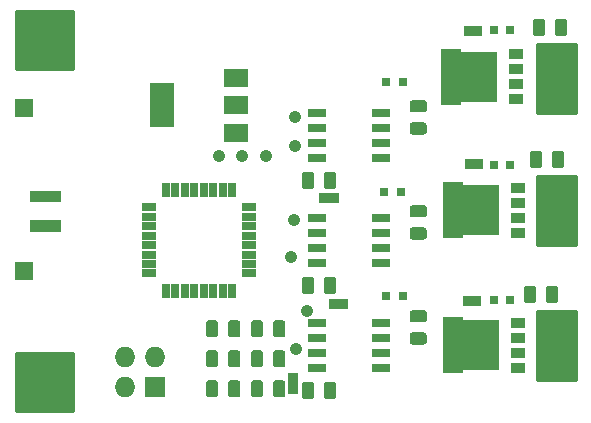
<source format=gts>
G04 #@! TF.GenerationSoftware,KiCad,Pcbnew,(5.0.0)*
G04 #@! TF.CreationDate,2019-07-21T21:25:58-06:00*
G04 #@! TF.ProjectId,ESC_2Layer,4553435F324C617965722E6B69636164,rev?*
G04 #@! TF.SameCoordinates,PX2fc7720PY3944a50*
G04 #@! TF.FileFunction,Soldermask,Top*
G04 #@! TF.FilePolarity,Negative*
%FSLAX46Y46*%
G04 Gerber Fmt 4.6, Leading zero omitted, Abs format (unit mm)*
G04 Created by KiCad (PCBNEW (5.0.0)) date 07/21/19 21:25:58*
%MOMM*%
%LPD*%
G01*
G04 APERTURE LIST*
%ADD10C,0.050800*%
%ADD11C,0.100000*%
%ADD12R,1.650800X0.850800*%
%ADD13C,1.050800*%
%ADD14R,1.650800X1.650800*%
%ADD15R,1.750800X1.750800*%
%ADD16O,1.750800X1.750800*%
%ADD17R,0.650800X0.750800*%
%ADD18R,1.250800X0.650800*%
%ADD19R,0.650800X1.250800*%
%ADD20R,1.600800X0.650800*%
%ADD21R,1.290000X0.840000*%
%ADD22R,3.440000X4.340000*%
%ADD23R,1.690000X4.840000*%
%ADD24R,2.050800X3.850800*%
%ADD25R,2.050800X1.550800*%
%ADD26C,1.025800*%
%ADD27C,0.254000*%
G04 APERTURE END LIST*
D10*
G36*
X1600000Y-15750000D02*
X4203329Y-15750000D01*
X4203329Y-16650000D01*
X1600000Y-16650000D01*
X1600000Y-15750000D01*
G37*
X1600000Y-15750000D02*
X4203329Y-15750000D01*
X4203329Y-16650000D01*
X1600000Y-16650000D01*
X1600000Y-15750000D01*
D11*
G36*
X23475000Y-31175000D02*
X24200000Y-31175000D01*
X24200000Y-32900000D01*
X23475000Y-32900000D01*
X23475000Y-31175000D01*
G37*
X23475000Y-31175000D02*
X24200000Y-31175000D01*
X24200000Y-32900000D01*
X23475000Y-32900000D01*
X23475000Y-31175000D01*
G36*
X26100000Y-15950000D02*
X27675000Y-15950000D01*
X27675000Y-16725000D01*
X26100000Y-16725000D01*
X26100000Y-15950000D01*
G37*
X26100000Y-15950000D02*
X27675000Y-15950000D01*
X27675000Y-16725000D01*
X26100000Y-16725000D01*
X26100000Y-15950000D01*
G36*
X26900000Y-24900000D02*
X28450000Y-24900000D01*
X28450000Y-25650000D01*
X26900000Y-25650000D01*
X26900000Y-24900000D01*
G37*
X26900000Y-24900000D02*
X28450000Y-24900000D01*
X28450000Y-25650000D01*
X26900000Y-25650000D01*
X26900000Y-24900000D01*
D10*
G36*
X1600000Y-18250000D02*
X4200000Y-18250000D01*
X4200000Y-19150000D01*
X1600000Y-19150000D01*
X1600000Y-18250000D01*
G37*
X1600000Y-18250000D02*
X4200000Y-18250000D01*
X4200000Y-19150000D01*
X1600000Y-19150000D01*
X1600000Y-18250000D01*
D12*
G04 #@! TO.C,TP5*
X39050000Y-25050000D03*
G04 #@! TD*
G04 #@! TO.C,TP1*
X39150000Y-2250000D03*
G04 #@! TD*
D13*
G04 #@! TO.C,TP15*
X24175000Y-29175000D03*
G04 #@! TD*
G04 #@! TO.C,TP13*
X17600000Y-12850000D03*
G04 #@! TD*
G04 #@! TO.C,TP13*
X19600000Y-12850000D03*
G04 #@! TD*
G04 #@! TO.C,TP13*
X21600000Y-12850000D03*
G04 #@! TD*
D12*
G04 #@! TO.C,TP3*
X39200000Y-13450000D03*
G04 #@! TD*
D14*
G04 #@! TO.C,C7*
X1100000Y-8750000D03*
G04 #@! TD*
D15*
G04 #@! TO.C,J1*
X12200000Y-32350000D03*
D16*
X9660000Y-32350000D03*
X12200000Y-29810000D03*
X9660000Y-29810000D03*
G04 #@! TD*
D17*
G04 #@! TO.C,D5*
X42294000Y-25040000D03*
X40894000Y-25040000D03*
G04 #@! TD*
G04 #@! TO.C,D1*
X40894000Y-2180000D03*
X42294000Y-2180000D03*
G04 #@! TD*
G04 #@! TO.C,D3*
X40894000Y-13610000D03*
X42294000Y-13610000D03*
G04 #@! TD*
D18*
G04 #@! TO.C,U4*
X11690000Y-17160000D03*
X11690000Y-17960000D03*
X11690000Y-18760000D03*
X11690000Y-19560000D03*
X11690000Y-20360000D03*
X11690000Y-21160000D03*
X11690000Y-21960000D03*
X11690000Y-22760000D03*
D19*
X13140000Y-24210000D03*
X13940000Y-24210000D03*
X14740000Y-24210000D03*
X15540000Y-24210000D03*
X16340000Y-24210000D03*
X17140000Y-24210000D03*
X17940000Y-24210000D03*
X18740000Y-24210000D03*
D18*
X20190000Y-22760000D03*
X20190000Y-21960000D03*
X20190000Y-21160000D03*
X20190000Y-20360000D03*
X20190000Y-19560000D03*
X20190000Y-18760000D03*
X20190000Y-17960000D03*
X20190000Y-17160000D03*
D19*
X18740000Y-15710000D03*
X17940000Y-15710000D03*
X17140000Y-15710000D03*
X16340000Y-15710000D03*
X15540000Y-15710000D03*
X14740000Y-15710000D03*
X13940000Y-15710000D03*
X13140000Y-15710000D03*
G04 #@! TD*
D20*
G04 #@! TO.C,U2*
X25940000Y-21865000D03*
X25940000Y-20595000D03*
X25940000Y-19325000D03*
X25940000Y-18055000D03*
X31340000Y-18055000D03*
X31340000Y-19325000D03*
X31340000Y-20595000D03*
X31340000Y-21865000D03*
G04 #@! TD*
G04 #@! TO.C,U3*
X31340000Y-30755000D03*
X31340000Y-29485000D03*
X31340000Y-28215000D03*
X31340000Y-26945000D03*
X25940000Y-26945000D03*
X25940000Y-28215000D03*
X25940000Y-29485000D03*
X25940000Y-30755000D03*
G04 #@! TD*
G04 #@! TO.C,U1*
X25940000Y-12975000D03*
X25940000Y-11705000D03*
X25940000Y-10435000D03*
X25940000Y-9165000D03*
X31340000Y-9165000D03*
X31340000Y-10435000D03*
X31340000Y-11705000D03*
X31340000Y-12975000D03*
G04 #@! TD*
D21*
G04 #@! TO.C,Q1*
X42740000Y-4200000D03*
D22*
X39470000Y-6110000D03*
D23*
X37270000Y-6110000D03*
D21*
X42740000Y-5470000D03*
X42740000Y-8020000D03*
X42740000Y-6750000D03*
G04 #@! TD*
G04 #@! TO.C,Q3*
X42905000Y-18060000D03*
X42905000Y-19330000D03*
X42905000Y-16780000D03*
D23*
X37435000Y-17420000D03*
D22*
X39635000Y-17420000D03*
D21*
X42905000Y-15510000D03*
G04 #@! TD*
G04 #@! TO.C,Q5*
X42925000Y-29490000D03*
X42925000Y-30760000D03*
X42925000Y-28210000D03*
D23*
X37455000Y-28850000D03*
D22*
X39655000Y-28850000D03*
D21*
X42925000Y-26940000D03*
G04 #@! TD*
D24*
G04 #@! TO.C,U5*
X12790000Y-8530000D03*
D25*
X19090000Y-8530000D03*
X19090000Y-6230000D03*
X19090000Y-10830000D03*
G04 #@! TD*
D11*
G04 #@! TO.C,C11*
G36*
X25444086Y-14155835D02*
X25468981Y-14159528D01*
X25493394Y-14165643D01*
X25517089Y-14174121D01*
X25539840Y-14184881D01*
X25561426Y-14197820D01*
X25581640Y-14212811D01*
X25600288Y-14229712D01*
X25617189Y-14248360D01*
X25632180Y-14268574D01*
X25645119Y-14290160D01*
X25655879Y-14312911D01*
X25664357Y-14336606D01*
X25670472Y-14361019D01*
X25674165Y-14385914D01*
X25675400Y-14411050D01*
X25675400Y-15348950D01*
X25674165Y-15374086D01*
X25670472Y-15398981D01*
X25664357Y-15423394D01*
X25655879Y-15447089D01*
X25645119Y-15469840D01*
X25632180Y-15491426D01*
X25617189Y-15511640D01*
X25600288Y-15530288D01*
X25581640Y-15547189D01*
X25561426Y-15562180D01*
X25539840Y-15575119D01*
X25517089Y-15585879D01*
X25493394Y-15594357D01*
X25468981Y-15600472D01*
X25444086Y-15604165D01*
X25418950Y-15605400D01*
X24906050Y-15605400D01*
X24880914Y-15604165D01*
X24856019Y-15600472D01*
X24831606Y-15594357D01*
X24807911Y-15585879D01*
X24785160Y-15575119D01*
X24763574Y-15562180D01*
X24743360Y-15547189D01*
X24724712Y-15530288D01*
X24707811Y-15511640D01*
X24692820Y-15491426D01*
X24679881Y-15469840D01*
X24669121Y-15447089D01*
X24660643Y-15423394D01*
X24654528Y-15398981D01*
X24650835Y-15374086D01*
X24649600Y-15348950D01*
X24649600Y-14411050D01*
X24650835Y-14385914D01*
X24654528Y-14361019D01*
X24660643Y-14336606D01*
X24669121Y-14312911D01*
X24679881Y-14290160D01*
X24692820Y-14268574D01*
X24707811Y-14248360D01*
X24724712Y-14229712D01*
X24743360Y-14212811D01*
X24763574Y-14197820D01*
X24785160Y-14184881D01*
X24807911Y-14174121D01*
X24831606Y-14165643D01*
X24856019Y-14159528D01*
X24880914Y-14155835D01*
X24906050Y-14154600D01*
X25418950Y-14154600D01*
X25444086Y-14155835D01*
X25444086Y-14155835D01*
G37*
D26*
X25162500Y-14880000D03*
D11*
G36*
X27319086Y-14155835D02*
X27343981Y-14159528D01*
X27368394Y-14165643D01*
X27392089Y-14174121D01*
X27414840Y-14184881D01*
X27436426Y-14197820D01*
X27456640Y-14212811D01*
X27475288Y-14229712D01*
X27492189Y-14248360D01*
X27507180Y-14268574D01*
X27520119Y-14290160D01*
X27530879Y-14312911D01*
X27539357Y-14336606D01*
X27545472Y-14361019D01*
X27549165Y-14385914D01*
X27550400Y-14411050D01*
X27550400Y-15348950D01*
X27549165Y-15374086D01*
X27545472Y-15398981D01*
X27539357Y-15423394D01*
X27530879Y-15447089D01*
X27520119Y-15469840D01*
X27507180Y-15491426D01*
X27492189Y-15511640D01*
X27475288Y-15530288D01*
X27456640Y-15547189D01*
X27436426Y-15562180D01*
X27414840Y-15575119D01*
X27392089Y-15585879D01*
X27368394Y-15594357D01*
X27343981Y-15600472D01*
X27319086Y-15604165D01*
X27293950Y-15605400D01*
X26781050Y-15605400D01*
X26755914Y-15604165D01*
X26731019Y-15600472D01*
X26706606Y-15594357D01*
X26682911Y-15585879D01*
X26660160Y-15575119D01*
X26638574Y-15562180D01*
X26618360Y-15547189D01*
X26599712Y-15530288D01*
X26582811Y-15511640D01*
X26567820Y-15491426D01*
X26554881Y-15469840D01*
X26544121Y-15447089D01*
X26535643Y-15423394D01*
X26529528Y-15398981D01*
X26525835Y-15374086D01*
X26524600Y-15348950D01*
X26524600Y-14411050D01*
X26525835Y-14385914D01*
X26529528Y-14361019D01*
X26535643Y-14336606D01*
X26544121Y-14312911D01*
X26554881Y-14290160D01*
X26567820Y-14268574D01*
X26582811Y-14248360D01*
X26599712Y-14229712D01*
X26618360Y-14212811D01*
X26638574Y-14197820D01*
X26660160Y-14184881D01*
X26682911Y-14174121D01*
X26706606Y-14165643D01*
X26731019Y-14159528D01*
X26755914Y-14155835D01*
X26781050Y-14154600D01*
X27293950Y-14154600D01*
X27319086Y-14155835D01*
X27319086Y-14155835D01*
G37*
D26*
X27037500Y-14880000D03*
G04 #@! TD*
D11*
G04 #@! TO.C,C12*
G36*
X27319086Y-23045835D02*
X27343981Y-23049528D01*
X27368394Y-23055643D01*
X27392089Y-23064121D01*
X27414840Y-23074881D01*
X27436426Y-23087820D01*
X27456640Y-23102811D01*
X27475288Y-23119712D01*
X27492189Y-23138360D01*
X27507180Y-23158574D01*
X27520119Y-23180160D01*
X27530879Y-23202911D01*
X27539357Y-23226606D01*
X27545472Y-23251019D01*
X27549165Y-23275914D01*
X27550400Y-23301050D01*
X27550400Y-24238950D01*
X27549165Y-24264086D01*
X27545472Y-24288981D01*
X27539357Y-24313394D01*
X27530879Y-24337089D01*
X27520119Y-24359840D01*
X27507180Y-24381426D01*
X27492189Y-24401640D01*
X27475288Y-24420288D01*
X27456640Y-24437189D01*
X27436426Y-24452180D01*
X27414840Y-24465119D01*
X27392089Y-24475879D01*
X27368394Y-24484357D01*
X27343981Y-24490472D01*
X27319086Y-24494165D01*
X27293950Y-24495400D01*
X26781050Y-24495400D01*
X26755914Y-24494165D01*
X26731019Y-24490472D01*
X26706606Y-24484357D01*
X26682911Y-24475879D01*
X26660160Y-24465119D01*
X26638574Y-24452180D01*
X26618360Y-24437189D01*
X26599712Y-24420288D01*
X26582811Y-24401640D01*
X26567820Y-24381426D01*
X26554881Y-24359840D01*
X26544121Y-24337089D01*
X26535643Y-24313394D01*
X26529528Y-24288981D01*
X26525835Y-24264086D01*
X26524600Y-24238950D01*
X26524600Y-23301050D01*
X26525835Y-23275914D01*
X26529528Y-23251019D01*
X26535643Y-23226606D01*
X26544121Y-23202911D01*
X26554881Y-23180160D01*
X26567820Y-23158574D01*
X26582811Y-23138360D01*
X26599712Y-23119712D01*
X26618360Y-23102811D01*
X26638574Y-23087820D01*
X26660160Y-23074881D01*
X26682911Y-23064121D01*
X26706606Y-23055643D01*
X26731019Y-23049528D01*
X26755914Y-23045835D01*
X26781050Y-23044600D01*
X27293950Y-23044600D01*
X27319086Y-23045835D01*
X27319086Y-23045835D01*
G37*
D26*
X27037500Y-23770000D03*
D11*
G36*
X25444086Y-23045835D02*
X25468981Y-23049528D01*
X25493394Y-23055643D01*
X25517089Y-23064121D01*
X25539840Y-23074881D01*
X25561426Y-23087820D01*
X25581640Y-23102811D01*
X25600288Y-23119712D01*
X25617189Y-23138360D01*
X25632180Y-23158574D01*
X25645119Y-23180160D01*
X25655879Y-23202911D01*
X25664357Y-23226606D01*
X25670472Y-23251019D01*
X25674165Y-23275914D01*
X25675400Y-23301050D01*
X25675400Y-24238950D01*
X25674165Y-24264086D01*
X25670472Y-24288981D01*
X25664357Y-24313394D01*
X25655879Y-24337089D01*
X25645119Y-24359840D01*
X25632180Y-24381426D01*
X25617189Y-24401640D01*
X25600288Y-24420288D01*
X25581640Y-24437189D01*
X25561426Y-24452180D01*
X25539840Y-24465119D01*
X25517089Y-24475879D01*
X25493394Y-24484357D01*
X25468981Y-24490472D01*
X25444086Y-24494165D01*
X25418950Y-24495400D01*
X24906050Y-24495400D01*
X24880914Y-24494165D01*
X24856019Y-24490472D01*
X24831606Y-24484357D01*
X24807911Y-24475879D01*
X24785160Y-24465119D01*
X24763574Y-24452180D01*
X24743360Y-24437189D01*
X24724712Y-24420288D01*
X24707811Y-24401640D01*
X24692820Y-24381426D01*
X24679881Y-24359840D01*
X24669121Y-24337089D01*
X24660643Y-24313394D01*
X24654528Y-24288981D01*
X24650835Y-24264086D01*
X24649600Y-24238950D01*
X24649600Y-23301050D01*
X24650835Y-23275914D01*
X24654528Y-23251019D01*
X24660643Y-23226606D01*
X24669121Y-23202911D01*
X24679881Y-23180160D01*
X24692820Y-23158574D01*
X24707811Y-23138360D01*
X24724712Y-23119712D01*
X24743360Y-23102811D01*
X24763574Y-23087820D01*
X24785160Y-23074881D01*
X24807911Y-23064121D01*
X24831606Y-23055643D01*
X24856019Y-23049528D01*
X24880914Y-23045835D01*
X24906050Y-23044600D01*
X25418950Y-23044600D01*
X25444086Y-23045835D01*
X25444086Y-23045835D01*
G37*
D26*
X25162500Y-23770000D03*
G04 #@! TD*
D11*
G04 #@! TO.C,C13*
G36*
X25444086Y-31935835D02*
X25468981Y-31939528D01*
X25493394Y-31945643D01*
X25517089Y-31954121D01*
X25539840Y-31964881D01*
X25561426Y-31977820D01*
X25581640Y-31992811D01*
X25600288Y-32009712D01*
X25617189Y-32028360D01*
X25632180Y-32048574D01*
X25645119Y-32070160D01*
X25655879Y-32092911D01*
X25664357Y-32116606D01*
X25670472Y-32141019D01*
X25674165Y-32165914D01*
X25675400Y-32191050D01*
X25675400Y-33128950D01*
X25674165Y-33154086D01*
X25670472Y-33178981D01*
X25664357Y-33203394D01*
X25655879Y-33227089D01*
X25645119Y-33249840D01*
X25632180Y-33271426D01*
X25617189Y-33291640D01*
X25600288Y-33310288D01*
X25581640Y-33327189D01*
X25561426Y-33342180D01*
X25539840Y-33355119D01*
X25517089Y-33365879D01*
X25493394Y-33374357D01*
X25468981Y-33380472D01*
X25444086Y-33384165D01*
X25418950Y-33385400D01*
X24906050Y-33385400D01*
X24880914Y-33384165D01*
X24856019Y-33380472D01*
X24831606Y-33374357D01*
X24807911Y-33365879D01*
X24785160Y-33355119D01*
X24763574Y-33342180D01*
X24743360Y-33327189D01*
X24724712Y-33310288D01*
X24707811Y-33291640D01*
X24692820Y-33271426D01*
X24679881Y-33249840D01*
X24669121Y-33227089D01*
X24660643Y-33203394D01*
X24654528Y-33178981D01*
X24650835Y-33154086D01*
X24649600Y-33128950D01*
X24649600Y-32191050D01*
X24650835Y-32165914D01*
X24654528Y-32141019D01*
X24660643Y-32116606D01*
X24669121Y-32092911D01*
X24679881Y-32070160D01*
X24692820Y-32048574D01*
X24707811Y-32028360D01*
X24724712Y-32009712D01*
X24743360Y-31992811D01*
X24763574Y-31977820D01*
X24785160Y-31964881D01*
X24807911Y-31954121D01*
X24831606Y-31945643D01*
X24856019Y-31939528D01*
X24880914Y-31935835D01*
X24906050Y-31934600D01*
X25418950Y-31934600D01*
X25444086Y-31935835D01*
X25444086Y-31935835D01*
G37*
D26*
X25162500Y-32660000D03*
D11*
G36*
X27319086Y-31935835D02*
X27343981Y-31939528D01*
X27368394Y-31945643D01*
X27392089Y-31954121D01*
X27414840Y-31964881D01*
X27436426Y-31977820D01*
X27456640Y-31992811D01*
X27475288Y-32009712D01*
X27492189Y-32028360D01*
X27507180Y-32048574D01*
X27520119Y-32070160D01*
X27530879Y-32092911D01*
X27539357Y-32116606D01*
X27545472Y-32141019D01*
X27549165Y-32165914D01*
X27550400Y-32191050D01*
X27550400Y-33128950D01*
X27549165Y-33154086D01*
X27545472Y-33178981D01*
X27539357Y-33203394D01*
X27530879Y-33227089D01*
X27520119Y-33249840D01*
X27507180Y-33271426D01*
X27492189Y-33291640D01*
X27475288Y-33310288D01*
X27456640Y-33327189D01*
X27436426Y-33342180D01*
X27414840Y-33355119D01*
X27392089Y-33365879D01*
X27368394Y-33374357D01*
X27343981Y-33380472D01*
X27319086Y-33384165D01*
X27293950Y-33385400D01*
X26781050Y-33385400D01*
X26755914Y-33384165D01*
X26731019Y-33380472D01*
X26706606Y-33374357D01*
X26682911Y-33365879D01*
X26660160Y-33355119D01*
X26638574Y-33342180D01*
X26618360Y-33327189D01*
X26599712Y-33310288D01*
X26582811Y-33291640D01*
X26567820Y-33271426D01*
X26554881Y-33249840D01*
X26544121Y-33227089D01*
X26535643Y-33203394D01*
X26529528Y-33178981D01*
X26525835Y-33154086D01*
X26524600Y-33128950D01*
X26524600Y-32191050D01*
X26525835Y-32165914D01*
X26529528Y-32141019D01*
X26535643Y-32116606D01*
X26544121Y-32092911D01*
X26554881Y-32070160D01*
X26567820Y-32048574D01*
X26582811Y-32028360D01*
X26599712Y-32009712D01*
X26618360Y-31992811D01*
X26638574Y-31977820D01*
X26660160Y-31964881D01*
X26682911Y-31954121D01*
X26706606Y-31945643D01*
X26731019Y-31939528D01*
X26755914Y-31935835D01*
X26781050Y-31934600D01*
X27293950Y-31934600D01*
X27319086Y-31935835D01*
X27319086Y-31935835D01*
G37*
D26*
X27037500Y-32660000D03*
G04 #@! TD*
D14*
G04 #@! TO.C,C7*
X1100000Y-22550000D03*
G04 #@! TD*
D11*
G04 #@! TO.C,R2*
G36*
X19191086Y-26728835D02*
X19215981Y-26732528D01*
X19240394Y-26738643D01*
X19264089Y-26747121D01*
X19286840Y-26757881D01*
X19308426Y-26770820D01*
X19328640Y-26785811D01*
X19347288Y-26802712D01*
X19364189Y-26821360D01*
X19379180Y-26841574D01*
X19392119Y-26863160D01*
X19402879Y-26885911D01*
X19411357Y-26909606D01*
X19417472Y-26934019D01*
X19421165Y-26958914D01*
X19422400Y-26984050D01*
X19422400Y-27921950D01*
X19421165Y-27947086D01*
X19417472Y-27971981D01*
X19411357Y-27996394D01*
X19402879Y-28020089D01*
X19392119Y-28042840D01*
X19379180Y-28064426D01*
X19364189Y-28084640D01*
X19347288Y-28103288D01*
X19328640Y-28120189D01*
X19308426Y-28135180D01*
X19286840Y-28148119D01*
X19264089Y-28158879D01*
X19240394Y-28167357D01*
X19215981Y-28173472D01*
X19191086Y-28177165D01*
X19165950Y-28178400D01*
X18653050Y-28178400D01*
X18627914Y-28177165D01*
X18603019Y-28173472D01*
X18578606Y-28167357D01*
X18554911Y-28158879D01*
X18532160Y-28148119D01*
X18510574Y-28135180D01*
X18490360Y-28120189D01*
X18471712Y-28103288D01*
X18454811Y-28084640D01*
X18439820Y-28064426D01*
X18426881Y-28042840D01*
X18416121Y-28020089D01*
X18407643Y-27996394D01*
X18401528Y-27971981D01*
X18397835Y-27947086D01*
X18396600Y-27921950D01*
X18396600Y-26984050D01*
X18397835Y-26958914D01*
X18401528Y-26934019D01*
X18407643Y-26909606D01*
X18416121Y-26885911D01*
X18426881Y-26863160D01*
X18439820Y-26841574D01*
X18454811Y-26821360D01*
X18471712Y-26802712D01*
X18490360Y-26785811D01*
X18510574Y-26770820D01*
X18532160Y-26757881D01*
X18554911Y-26747121D01*
X18578606Y-26738643D01*
X18603019Y-26732528D01*
X18627914Y-26728835D01*
X18653050Y-26727600D01*
X19165950Y-26727600D01*
X19191086Y-26728835D01*
X19191086Y-26728835D01*
G37*
D26*
X18909500Y-27453000D03*
D11*
G36*
X17316086Y-26728835D02*
X17340981Y-26732528D01*
X17365394Y-26738643D01*
X17389089Y-26747121D01*
X17411840Y-26757881D01*
X17433426Y-26770820D01*
X17453640Y-26785811D01*
X17472288Y-26802712D01*
X17489189Y-26821360D01*
X17504180Y-26841574D01*
X17517119Y-26863160D01*
X17527879Y-26885911D01*
X17536357Y-26909606D01*
X17542472Y-26934019D01*
X17546165Y-26958914D01*
X17547400Y-26984050D01*
X17547400Y-27921950D01*
X17546165Y-27947086D01*
X17542472Y-27971981D01*
X17536357Y-27996394D01*
X17527879Y-28020089D01*
X17517119Y-28042840D01*
X17504180Y-28064426D01*
X17489189Y-28084640D01*
X17472288Y-28103288D01*
X17453640Y-28120189D01*
X17433426Y-28135180D01*
X17411840Y-28148119D01*
X17389089Y-28158879D01*
X17365394Y-28167357D01*
X17340981Y-28173472D01*
X17316086Y-28177165D01*
X17290950Y-28178400D01*
X16778050Y-28178400D01*
X16752914Y-28177165D01*
X16728019Y-28173472D01*
X16703606Y-28167357D01*
X16679911Y-28158879D01*
X16657160Y-28148119D01*
X16635574Y-28135180D01*
X16615360Y-28120189D01*
X16596712Y-28103288D01*
X16579811Y-28084640D01*
X16564820Y-28064426D01*
X16551881Y-28042840D01*
X16541121Y-28020089D01*
X16532643Y-27996394D01*
X16526528Y-27971981D01*
X16522835Y-27947086D01*
X16521600Y-27921950D01*
X16521600Y-26984050D01*
X16522835Y-26958914D01*
X16526528Y-26934019D01*
X16532643Y-26909606D01*
X16541121Y-26885911D01*
X16551881Y-26863160D01*
X16564820Y-26841574D01*
X16579811Y-26821360D01*
X16596712Y-26802712D01*
X16615360Y-26785811D01*
X16635574Y-26770820D01*
X16657160Y-26757881D01*
X16679911Y-26747121D01*
X16703606Y-26738643D01*
X16728019Y-26732528D01*
X16752914Y-26728835D01*
X16778050Y-26727600D01*
X17290950Y-26727600D01*
X17316086Y-26728835D01*
X17316086Y-26728835D01*
G37*
D26*
X17034500Y-27453000D03*
G04 #@! TD*
D11*
G04 #@! TO.C,R19*
G36*
X46115086Y-23807835D02*
X46139981Y-23811528D01*
X46164394Y-23817643D01*
X46188089Y-23826121D01*
X46210840Y-23836881D01*
X46232426Y-23849820D01*
X46252640Y-23864811D01*
X46271288Y-23881712D01*
X46288189Y-23900360D01*
X46303180Y-23920574D01*
X46316119Y-23942160D01*
X46326879Y-23964911D01*
X46335357Y-23988606D01*
X46341472Y-24013019D01*
X46345165Y-24037914D01*
X46346400Y-24063050D01*
X46346400Y-25000950D01*
X46345165Y-25026086D01*
X46341472Y-25050981D01*
X46335357Y-25075394D01*
X46326879Y-25099089D01*
X46316119Y-25121840D01*
X46303180Y-25143426D01*
X46288189Y-25163640D01*
X46271288Y-25182288D01*
X46252640Y-25199189D01*
X46232426Y-25214180D01*
X46210840Y-25227119D01*
X46188089Y-25237879D01*
X46164394Y-25246357D01*
X46139981Y-25252472D01*
X46115086Y-25256165D01*
X46089950Y-25257400D01*
X45577050Y-25257400D01*
X45551914Y-25256165D01*
X45527019Y-25252472D01*
X45502606Y-25246357D01*
X45478911Y-25237879D01*
X45456160Y-25227119D01*
X45434574Y-25214180D01*
X45414360Y-25199189D01*
X45395712Y-25182288D01*
X45378811Y-25163640D01*
X45363820Y-25143426D01*
X45350881Y-25121840D01*
X45340121Y-25099089D01*
X45331643Y-25075394D01*
X45325528Y-25050981D01*
X45321835Y-25026086D01*
X45320600Y-25000950D01*
X45320600Y-24063050D01*
X45321835Y-24037914D01*
X45325528Y-24013019D01*
X45331643Y-23988606D01*
X45340121Y-23964911D01*
X45350881Y-23942160D01*
X45363820Y-23920574D01*
X45378811Y-23900360D01*
X45395712Y-23881712D01*
X45414360Y-23864811D01*
X45434574Y-23849820D01*
X45456160Y-23836881D01*
X45478911Y-23826121D01*
X45502606Y-23817643D01*
X45527019Y-23811528D01*
X45551914Y-23807835D01*
X45577050Y-23806600D01*
X46089950Y-23806600D01*
X46115086Y-23807835D01*
X46115086Y-23807835D01*
G37*
D26*
X45833500Y-24532000D03*
D11*
G36*
X44240086Y-23807835D02*
X44264981Y-23811528D01*
X44289394Y-23817643D01*
X44313089Y-23826121D01*
X44335840Y-23836881D01*
X44357426Y-23849820D01*
X44377640Y-23864811D01*
X44396288Y-23881712D01*
X44413189Y-23900360D01*
X44428180Y-23920574D01*
X44441119Y-23942160D01*
X44451879Y-23964911D01*
X44460357Y-23988606D01*
X44466472Y-24013019D01*
X44470165Y-24037914D01*
X44471400Y-24063050D01*
X44471400Y-25000950D01*
X44470165Y-25026086D01*
X44466472Y-25050981D01*
X44460357Y-25075394D01*
X44451879Y-25099089D01*
X44441119Y-25121840D01*
X44428180Y-25143426D01*
X44413189Y-25163640D01*
X44396288Y-25182288D01*
X44377640Y-25199189D01*
X44357426Y-25214180D01*
X44335840Y-25227119D01*
X44313089Y-25237879D01*
X44289394Y-25246357D01*
X44264981Y-25252472D01*
X44240086Y-25256165D01*
X44214950Y-25257400D01*
X43702050Y-25257400D01*
X43676914Y-25256165D01*
X43652019Y-25252472D01*
X43627606Y-25246357D01*
X43603911Y-25237879D01*
X43581160Y-25227119D01*
X43559574Y-25214180D01*
X43539360Y-25199189D01*
X43520712Y-25182288D01*
X43503811Y-25163640D01*
X43488820Y-25143426D01*
X43475881Y-25121840D01*
X43465121Y-25099089D01*
X43456643Y-25075394D01*
X43450528Y-25050981D01*
X43446835Y-25026086D01*
X43445600Y-25000950D01*
X43445600Y-24063050D01*
X43446835Y-24037914D01*
X43450528Y-24013019D01*
X43456643Y-23988606D01*
X43465121Y-23964911D01*
X43475881Y-23942160D01*
X43488820Y-23920574D01*
X43503811Y-23900360D01*
X43520712Y-23881712D01*
X43539360Y-23864811D01*
X43559574Y-23849820D01*
X43581160Y-23836881D01*
X43603911Y-23826121D01*
X43627606Y-23817643D01*
X43652019Y-23811528D01*
X43676914Y-23807835D01*
X43702050Y-23806600D01*
X44214950Y-23806600D01*
X44240086Y-23807835D01*
X44240086Y-23807835D01*
G37*
D26*
X43958500Y-24532000D03*
G04 #@! TD*
D11*
G04 #@! TO.C,R18*
G36*
X46623086Y-12377835D02*
X46647981Y-12381528D01*
X46672394Y-12387643D01*
X46696089Y-12396121D01*
X46718840Y-12406881D01*
X46740426Y-12419820D01*
X46760640Y-12434811D01*
X46779288Y-12451712D01*
X46796189Y-12470360D01*
X46811180Y-12490574D01*
X46824119Y-12512160D01*
X46834879Y-12534911D01*
X46843357Y-12558606D01*
X46849472Y-12583019D01*
X46853165Y-12607914D01*
X46854400Y-12633050D01*
X46854400Y-13570950D01*
X46853165Y-13596086D01*
X46849472Y-13620981D01*
X46843357Y-13645394D01*
X46834879Y-13669089D01*
X46824119Y-13691840D01*
X46811180Y-13713426D01*
X46796189Y-13733640D01*
X46779288Y-13752288D01*
X46760640Y-13769189D01*
X46740426Y-13784180D01*
X46718840Y-13797119D01*
X46696089Y-13807879D01*
X46672394Y-13816357D01*
X46647981Y-13822472D01*
X46623086Y-13826165D01*
X46597950Y-13827400D01*
X46085050Y-13827400D01*
X46059914Y-13826165D01*
X46035019Y-13822472D01*
X46010606Y-13816357D01*
X45986911Y-13807879D01*
X45964160Y-13797119D01*
X45942574Y-13784180D01*
X45922360Y-13769189D01*
X45903712Y-13752288D01*
X45886811Y-13733640D01*
X45871820Y-13713426D01*
X45858881Y-13691840D01*
X45848121Y-13669089D01*
X45839643Y-13645394D01*
X45833528Y-13620981D01*
X45829835Y-13596086D01*
X45828600Y-13570950D01*
X45828600Y-12633050D01*
X45829835Y-12607914D01*
X45833528Y-12583019D01*
X45839643Y-12558606D01*
X45848121Y-12534911D01*
X45858881Y-12512160D01*
X45871820Y-12490574D01*
X45886811Y-12470360D01*
X45903712Y-12451712D01*
X45922360Y-12434811D01*
X45942574Y-12419820D01*
X45964160Y-12406881D01*
X45986911Y-12396121D01*
X46010606Y-12387643D01*
X46035019Y-12381528D01*
X46059914Y-12377835D01*
X46085050Y-12376600D01*
X46597950Y-12376600D01*
X46623086Y-12377835D01*
X46623086Y-12377835D01*
G37*
D26*
X46341500Y-13102000D03*
D11*
G36*
X44748086Y-12377835D02*
X44772981Y-12381528D01*
X44797394Y-12387643D01*
X44821089Y-12396121D01*
X44843840Y-12406881D01*
X44865426Y-12419820D01*
X44885640Y-12434811D01*
X44904288Y-12451712D01*
X44921189Y-12470360D01*
X44936180Y-12490574D01*
X44949119Y-12512160D01*
X44959879Y-12534911D01*
X44968357Y-12558606D01*
X44974472Y-12583019D01*
X44978165Y-12607914D01*
X44979400Y-12633050D01*
X44979400Y-13570950D01*
X44978165Y-13596086D01*
X44974472Y-13620981D01*
X44968357Y-13645394D01*
X44959879Y-13669089D01*
X44949119Y-13691840D01*
X44936180Y-13713426D01*
X44921189Y-13733640D01*
X44904288Y-13752288D01*
X44885640Y-13769189D01*
X44865426Y-13784180D01*
X44843840Y-13797119D01*
X44821089Y-13807879D01*
X44797394Y-13816357D01*
X44772981Y-13822472D01*
X44748086Y-13826165D01*
X44722950Y-13827400D01*
X44210050Y-13827400D01*
X44184914Y-13826165D01*
X44160019Y-13822472D01*
X44135606Y-13816357D01*
X44111911Y-13807879D01*
X44089160Y-13797119D01*
X44067574Y-13784180D01*
X44047360Y-13769189D01*
X44028712Y-13752288D01*
X44011811Y-13733640D01*
X43996820Y-13713426D01*
X43983881Y-13691840D01*
X43973121Y-13669089D01*
X43964643Y-13645394D01*
X43958528Y-13620981D01*
X43954835Y-13596086D01*
X43953600Y-13570950D01*
X43953600Y-12633050D01*
X43954835Y-12607914D01*
X43958528Y-12583019D01*
X43964643Y-12558606D01*
X43973121Y-12534911D01*
X43983881Y-12512160D01*
X43996820Y-12490574D01*
X44011811Y-12470360D01*
X44028712Y-12451712D01*
X44047360Y-12434811D01*
X44067574Y-12419820D01*
X44089160Y-12406881D01*
X44111911Y-12396121D01*
X44135606Y-12387643D01*
X44160019Y-12381528D01*
X44184914Y-12377835D01*
X44210050Y-12376600D01*
X44722950Y-12376600D01*
X44748086Y-12377835D01*
X44748086Y-12377835D01*
G37*
D26*
X44466500Y-13102000D03*
G04 #@! TD*
D11*
G04 #@! TO.C,R17*
G36*
X46877086Y-1201835D02*
X46901981Y-1205528D01*
X46926394Y-1211643D01*
X46950089Y-1220121D01*
X46972840Y-1230881D01*
X46994426Y-1243820D01*
X47014640Y-1258811D01*
X47033288Y-1275712D01*
X47050189Y-1294360D01*
X47065180Y-1314574D01*
X47078119Y-1336160D01*
X47088879Y-1358911D01*
X47097357Y-1382606D01*
X47103472Y-1407019D01*
X47107165Y-1431914D01*
X47108400Y-1457050D01*
X47108400Y-2394950D01*
X47107165Y-2420086D01*
X47103472Y-2444981D01*
X47097357Y-2469394D01*
X47088879Y-2493089D01*
X47078119Y-2515840D01*
X47065180Y-2537426D01*
X47050189Y-2557640D01*
X47033288Y-2576288D01*
X47014640Y-2593189D01*
X46994426Y-2608180D01*
X46972840Y-2621119D01*
X46950089Y-2631879D01*
X46926394Y-2640357D01*
X46901981Y-2646472D01*
X46877086Y-2650165D01*
X46851950Y-2651400D01*
X46339050Y-2651400D01*
X46313914Y-2650165D01*
X46289019Y-2646472D01*
X46264606Y-2640357D01*
X46240911Y-2631879D01*
X46218160Y-2621119D01*
X46196574Y-2608180D01*
X46176360Y-2593189D01*
X46157712Y-2576288D01*
X46140811Y-2557640D01*
X46125820Y-2537426D01*
X46112881Y-2515840D01*
X46102121Y-2493089D01*
X46093643Y-2469394D01*
X46087528Y-2444981D01*
X46083835Y-2420086D01*
X46082600Y-2394950D01*
X46082600Y-1457050D01*
X46083835Y-1431914D01*
X46087528Y-1407019D01*
X46093643Y-1382606D01*
X46102121Y-1358911D01*
X46112881Y-1336160D01*
X46125820Y-1314574D01*
X46140811Y-1294360D01*
X46157712Y-1275712D01*
X46176360Y-1258811D01*
X46196574Y-1243820D01*
X46218160Y-1230881D01*
X46240911Y-1220121D01*
X46264606Y-1211643D01*
X46289019Y-1205528D01*
X46313914Y-1201835D01*
X46339050Y-1200600D01*
X46851950Y-1200600D01*
X46877086Y-1201835D01*
X46877086Y-1201835D01*
G37*
D26*
X46595500Y-1926000D03*
D11*
G36*
X45002086Y-1201835D02*
X45026981Y-1205528D01*
X45051394Y-1211643D01*
X45075089Y-1220121D01*
X45097840Y-1230881D01*
X45119426Y-1243820D01*
X45139640Y-1258811D01*
X45158288Y-1275712D01*
X45175189Y-1294360D01*
X45190180Y-1314574D01*
X45203119Y-1336160D01*
X45213879Y-1358911D01*
X45222357Y-1382606D01*
X45228472Y-1407019D01*
X45232165Y-1431914D01*
X45233400Y-1457050D01*
X45233400Y-2394950D01*
X45232165Y-2420086D01*
X45228472Y-2444981D01*
X45222357Y-2469394D01*
X45213879Y-2493089D01*
X45203119Y-2515840D01*
X45190180Y-2537426D01*
X45175189Y-2557640D01*
X45158288Y-2576288D01*
X45139640Y-2593189D01*
X45119426Y-2608180D01*
X45097840Y-2621119D01*
X45075089Y-2631879D01*
X45051394Y-2640357D01*
X45026981Y-2646472D01*
X45002086Y-2650165D01*
X44976950Y-2651400D01*
X44464050Y-2651400D01*
X44438914Y-2650165D01*
X44414019Y-2646472D01*
X44389606Y-2640357D01*
X44365911Y-2631879D01*
X44343160Y-2621119D01*
X44321574Y-2608180D01*
X44301360Y-2593189D01*
X44282712Y-2576288D01*
X44265811Y-2557640D01*
X44250820Y-2537426D01*
X44237881Y-2515840D01*
X44227121Y-2493089D01*
X44218643Y-2469394D01*
X44212528Y-2444981D01*
X44208835Y-2420086D01*
X44207600Y-2394950D01*
X44207600Y-1457050D01*
X44208835Y-1431914D01*
X44212528Y-1407019D01*
X44218643Y-1382606D01*
X44227121Y-1358911D01*
X44237881Y-1336160D01*
X44250820Y-1314574D01*
X44265811Y-1294360D01*
X44282712Y-1275712D01*
X44301360Y-1258811D01*
X44321574Y-1243820D01*
X44343160Y-1230881D01*
X44365911Y-1220121D01*
X44389606Y-1211643D01*
X44414019Y-1205528D01*
X44438914Y-1201835D01*
X44464050Y-1200600D01*
X44976950Y-1200600D01*
X45002086Y-1201835D01*
X45002086Y-1201835D01*
G37*
D26*
X44720500Y-1926000D03*
G04 #@! TD*
D11*
G04 #@! TO.C,R15*
G36*
X34976086Y-25876835D02*
X35000981Y-25880528D01*
X35025394Y-25886643D01*
X35049089Y-25895121D01*
X35071840Y-25905881D01*
X35093426Y-25918820D01*
X35113640Y-25933811D01*
X35132288Y-25950712D01*
X35149189Y-25969360D01*
X35164180Y-25989574D01*
X35177119Y-26011160D01*
X35187879Y-26033911D01*
X35196357Y-26057606D01*
X35202472Y-26082019D01*
X35206165Y-26106914D01*
X35207400Y-26132050D01*
X35207400Y-26644950D01*
X35206165Y-26670086D01*
X35202472Y-26694981D01*
X35196357Y-26719394D01*
X35187879Y-26743089D01*
X35177119Y-26765840D01*
X35164180Y-26787426D01*
X35149189Y-26807640D01*
X35132288Y-26826288D01*
X35113640Y-26843189D01*
X35093426Y-26858180D01*
X35071840Y-26871119D01*
X35049089Y-26881879D01*
X35025394Y-26890357D01*
X35000981Y-26896472D01*
X34976086Y-26900165D01*
X34950950Y-26901400D01*
X34013050Y-26901400D01*
X33987914Y-26900165D01*
X33963019Y-26896472D01*
X33938606Y-26890357D01*
X33914911Y-26881879D01*
X33892160Y-26871119D01*
X33870574Y-26858180D01*
X33850360Y-26843189D01*
X33831712Y-26826288D01*
X33814811Y-26807640D01*
X33799820Y-26787426D01*
X33786881Y-26765840D01*
X33776121Y-26743089D01*
X33767643Y-26719394D01*
X33761528Y-26694981D01*
X33757835Y-26670086D01*
X33756600Y-26644950D01*
X33756600Y-26132050D01*
X33757835Y-26106914D01*
X33761528Y-26082019D01*
X33767643Y-26057606D01*
X33776121Y-26033911D01*
X33786881Y-26011160D01*
X33799820Y-25989574D01*
X33814811Y-25969360D01*
X33831712Y-25950712D01*
X33850360Y-25933811D01*
X33870574Y-25918820D01*
X33892160Y-25905881D01*
X33914911Y-25895121D01*
X33938606Y-25886643D01*
X33963019Y-25880528D01*
X33987914Y-25876835D01*
X34013050Y-25875600D01*
X34950950Y-25875600D01*
X34976086Y-25876835D01*
X34976086Y-25876835D01*
G37*
D26*
X34482000Y-26388500D03*
D11*
G36*
X34976086Y-27751835D02*
X35000981Y-27755528D01*
X35025394Y-27761643D01*
X35049089Y-27770121D01*
X35071840Y-27780881D01*
X35093426Y-27793820D01*
X35113640Y-27808811D01*
X35132288Y-27825712D01*
X35149189Y-27844360D01*
X35164180Y-27864574D01*
X35177119Y-27886160D01*
X35187879Y-27908911D01*
X35196357Y-27932606D01*
X35202472Y-27957019D01*
X35206165Y-27981914D01*
X35207400Y-28007050D01*
X35207400Y-28519950D01*
X35206165Y-28545086D01*
X35202472Y-28569981D01*
X35196357Y-28594394D01*
X35187879Y-28618089D01*
X35177119Y-28640840D01*
X35164180Y-28662426D01*
X35149189Y-28682640D01*
X35132288Y-28701288D01*
X35113640Y-28718189D01*
X35093426Y-28733180D01*
X35071840Y-28746119D01*
X35049089Y-28756879D01*
X35025394Y-28765357D01*
X35000981Y-28771472D01*
X34976086Y-28775165D01*
X34950950Y-28776400D01*
X34013050Y-28776400D01*
X33987914Y-28775165D01*
X33963019Y-28771472D01*
X33938606Y-28765357D01*
X33914911Y-28756879D01*
X33892160Y-28746119D01*
X33870574Y-28733180D01*
X33850360Y-28718189D01*
X33831712Y-28701288D01*
X33814811Y-28682640D01*
X33799820Y-28662426D01*
X33786881Y-28640840D01*
X33776121Y-28618089D01*
X33767643Y-28594394D01*
X33761528Y-28569981D01*
X33757835Y-28545086D01*
X33756600Y-28519950D01*
X33756600Y-28007050D01*
X33757835Y-27981914D01*
X33761528Y-27957019D01*
X33767643Y-27932606D01*
X33776121Y-27908911D01*
X33786881Y-27886160D01*
X33799820Y-27864574D01*
X33814811Y-27844360D01*
X33831712Y-27825712D01*
X33850360Y-27808811D01*
X33870574Y-27793820D01*
X33892160Y-27780881D01*
X33914911Y-27770121D01*
X33938606Y-27761643D01*
X33963019Y-27755528D01*
X33987914Y-27751835D01*
X34013050Y-27750600D01*
X34950950Y-27750600D01*
X34976086Y-27751835D01*
X34976086Y-27751835D01*
G37*
D26*
X34482000Y-28263500D03*
G04 #@! TD*
D11*
G04 #@! TO.C,R5*
G36*
X19191086Y-29268835D02*
X19215981Y-29272528D01*
X19240394Y-29278643D01*
X19264089Y-29287121D01*
X19286840Y-29297881D01*
X19308426Y-29310820D01*
X19328640Y-29325811D01*
X19347288Y-29342712D01*
X19364189Y-29361360D01*
X19379180Y-29381574D01*
X19392119Y-29403160D01*
X19402879Y-29425911D01*
X19411357Y-29449606D01*
X19417472Y-29474019D01*
X19421165Y-29498914D01*
X19422400Y-29524050D01*
X19422400Y-30461950D01*
X19421165Y-30487086D01*
X19417472Y-30511981D01*
X19411357Y-30536394D01*
X19402879Y-30560089D01*
X19392119Y-30582840D01*
X19379180Y-30604426D01*
X19364189Y-30624640D01*
X19347288Y-30643288D01*
X19328640Y-30660189D01*
X19308426Y-30675180D01*
X19286840Y-30688119D01*
X19264089Y-30698879D01*
X19240394Y-30707357D01*
X19215981Y-30713472D01*
X19191086Y-30717165D01*
X19165950Y-30718400D01*
X18653050Y-30718400D01*
X18627914Y-30717165D01*
X18603019Y-30713472D01*
X18578606Y-30707357D01*
X18554911Y-30698879D01*
X18532160Y-30688119D01*
X18510574Y-30675180D01*
X18490360Y-30660189D01*
X18471712Y-30643288D01*
X18454811Y-30624640D01*
X18439820Y-30604426D01*
X18426881Y-30582840D01*
X18416121Y-30560089D01*
X18407643Y-30536394D01*
X18401528Y-30511981D01*
X18397835Y-30487086D01*
X18396600Y-30461950D01*
X18396600Y-29524050D01*
X18397835Y-29498914D01*
X18401528Y-29474019D01*
X18407643Y-29449606D01*
X18416121Y-29425911D01*
X18426881Y-29403160D01*
X18439820Y-29381574D01*
X18454811Y-29361360D01*
X18471712Y-29342712D01*
X18490360Y-29325811D01*
X18510574Y-29310820D01*
X18532160Y-29297881D01*
X18554911Y-29287121D01*
X18578606Y-29278643D01*
X18603019Y-29272528D01*
X18627914Y-29268835D01*
X18653050Y-29267600D01*
X19165950Y-29267600D01*
X19191086Y-29268835D01*
X19191086Y-29268835D01*
G37*
D26*
X18909500Y-29993000D03*
D11*
G36*
X17316086Y-29268835D02*
X17340981Y-29272528D01*
X17365394Y-29278643D01*
X17389089Y-29287121D01*
X17411840Y-29297881D01*
X17433426Y-29310820D01*
X17453640Y-29325811D01*
X17472288Y-29342712D01*
X17489189Y-29361360D01*
X17504180Y-29381574D01*
X17517119Y-29403160D01*
X17527879Y-29425911D01*
X17536357Y-29449606D01*
X17542472Y-29474019D01*
X17546165Y-29498914D01*
X17547400Y-29524050D01*
X17547400Y-30461950D01*
X17546165Y-30487086D01*
X17542472Y-30511981D01*
X17536357Y-30536394D01*
X17527879Y-30560089D01*
X17517119Y-30582840D01*
X17504180Y-30604426D01*
X17489189Y-30624640D01*
X17472288Y-30643288D01*
X17453640Y-30660189D01*
X17433426Y-30675180D01*
X17411840Y-30688119D01*
X17389089Y-30698879D01*
X17365394Y-30707357D01*
X17340981Y-30713472D01*
X17316086Y-30717165D01*
X17290950Y-30718400D01*
X16778050Y-30718400D01*
X16752914Y-30717165D01*
X16728019Y-30713472D01*
X16703606Y-30707357D01*
X16679911Y-30698879D01*
X16657160Y-30688119D01*
X16635574Y-30675180D01*
X16615360Y-30660189D01*
X16596712Y-30643288D01*
X16579811Y-30624640D01*
X16564820Y-30604426D01*
X16551881Y-30582840D01*
X16541121Y-30560089D01*
X16532643Y-30536394D01*
X16526528Y-30511981D01*
X16522835Y-30487086D01*
X16521600Y-30461950D01*
X16521600Y-29524050D01*
X16522835Y-29498914D01*
X16526528Y-29474019D01*
X16532643Y-29449606D01*
X16541121Y-29425911D01*
X16551881Y-29403160D01*
X16564820Y-29381574D01*
X16579811Y-29361360D01*
X16596712Y-29342712D01*
X16615360Y-29325811D01*
X16635574Y-29310820D01*
X16657160Y-29297881D01*
X16679911Y-29287121D01*
X16703606Y-29278643D01*
X16728019Y-29272528D01*
X16752914Y-29268835D01*
X16778050Y-29267600D01*
X17290950Y-29267600D01*
X17316086Y-29268835D01*
X17316086Y-29268835D01*
G37*
D26*
X17034500Y-29993000D03*
G04 #@! TD*
D11*
G04 #@! TO.C,R4*
G36*
X21126086Y-29268835D02*
X21150981Y-29272528D01*
X21175394Y-29278643D01*
X21199089Y-29287121D01*
X21221840Y-29297881D01*
X21243426Y-29310820D01*
X21263640Y-29325811D01*
X21282288Y-29342712D01*
X21299189Y-29361360D01*
X21314180Y-29381574D01*
X21327119Y-29403160D01*
X21337879Y-29425911D01*
X21346357Y-29449606D01*
X21352472Y-29474019D01*
X21356165Y-29498914D01*
X21357400Y-29524050D01*
X21357400Y-30461950D01*
X21356165Y-30487086D01*
X21352472Y-30511981D01*
X21346357Y-30536394D01*
X21337879Y-30560089D01*
X21327119Y-30582840D01*
X21314180Y-30604426D01*
X21299189Y-30624640D01*
X21282288Y-30643288D01*
X21263640Y-30660189D01*
X21243426Y-30675180D01*
X21221840Y-30688119D01*
X21199089Y-30698879D01*
X21175394Y-30707357D01*
X21150981Y-30713472D01*
X21126086Y-30717165D01*
X21100950Y-30718400D01*
X20588050Y-30718400D01*
X20562914Y-30717165D01*
X20538019Y-30713472D01*
X20513606Y-30707357D01*
X20489911Y-30698879D01*
X20467160Y-30688119D01*
X20445574Y-30675180D01*
X20425360Y-30660189D01*
X20406712Y-30643288D01*
X20389811Y-30624640D01*
X20374820Y-30604426D01*
X20361881Y-30582840D01*
X20351121Y-30560089D01*
X20342643Y-30536394D01*
X20336528Y-30511981D01*
X20332835Y-30487086D01*
X20331600Y-30461950D01*
X20331600Y-29524050D01*
X20332835Y-29498914D01*
X20336528Y-29474019D01*
X20342643Y-29449606D01*
X20351121Y-29425911D01*
X20361881Y-29403160D01*
X20374820Y-29381574D01*
X20389811Y-29361360D01*
X20406712Y-29342712D01*
X20425360Y-29325811D01*
X20445574Y-29310820D01*
X20467160Y-29297881D01*
X20489911Y-29287121D01*
X20513606Y-29278643D01*
X20538019Y-29272528D01*
X20562914Y-29268835D01*
X20588050Y-29267600D01*
X21100950Y-29267600D01*
X21126086Y-29268835D01*
X21126086Y-29268835D01*
G37*
D26*
X20844500Y-29993000D03*
D11*
G36*
X23001086Y-29268835D02*
X23025981Y-29272528D01*
X23050394Y-29278643D01*
X23074089Y-29287121D01*
X23096840Y-29297881D01*
X23118426Y-29310820D01*
X23138640Y-29325811D01*
X23157288Y-29342712D01*
X23174189Y-29361360D01*
X23189180Y-29381574D01*
X23202119Y-29403160D01*
X23212879Y-29425911D01*
X23221357Y-29449606D01*
X23227472Y-29474019D01*
X23231165Y-29498914D01*
X23232400Y-29524050D01*
X23232400Y-30461950D01*
X23231165Y-30487086D01*
X23227472Y-30511981D01*
X23221357Y-30536394D01*
X23212879Y-30560089D01*
X23202119Y-30582840D01*
X23189180Y-30604426D01*
X23174189Y-30624640D01*
X23157288Y-30643288D01*
X23138640Y-30660189D01*
X23118426Y-30675180D01*
X23096840Y-30688119D01*
X23074089Y-30698879D01*
X23050394Y-30707357D01*
X23025981Y-30713472D01*
X23001086Y-30717165D01*
X22975950Y-30718400D01*
X22463050Y-30718400D01*
X22437914Y-30717165D01*
X22413019Y-30713472D01*
X22388606Y-30707357D01*
X22364911Y-30698879D01*
X22342160Y-30688119D01*
X22320574Y-30675180D01*
X22300360Y-30660189D01*
X22281712Y-30643288D01*
X22264811Y-30624640D01*
X22249820Y-30604426D01*
X22236881Y-30582840D01*
X22226121Y-30560089D01*
X22217643Y-30536394D01*
X22211528Y-30511981D01*
X22207835Y-30487086D01*
X22206600Y-30461950D01*
X22206600Y-29524050D01*
X22207835Y-29498914D01*
X22211528Y-29474019D01*
X22217643Y-29449606D01*
X22226121Y-29425911D01*
X22236881Y-29403160D01*
X22249820Y-29381574D01*
X22264811Y-29361360D01*
X22281712Y-29342712D01*
X22300360Y-29325811D01*
X22320574Y-29310820D01*
X22342160Y-29297881D01*
X22364911Y-29287121D01*
X22388606Y-29278643D01*
X22413019Y-29272528D01*
X22437914Y-29268835D01*
X22463050Y-29267600D01*
X22975950Y-29267600D01*
X23001086Y-29268835D01*
X23001086Y-29268835D01*
G37*
D26*
X22719500Y-29993000D03*
G04 #@! TD*
D11*
G04 #@! TO.C,R1*
G36*
X21126086Y-26728835D02*
X21150981Y-26732528D01*
X21175394Y-26738643D01*
X21199089Y-26747121D01*
X21221840Y-26757881D01*
X21243426Y-26770820D01*
X21263640Y-26785811D01*
X21282288Y-26802712D01*
X21299189Y-26821360D01*
X21314180Y-26841574D01*
X21327119Y-26863160D01*
X21337879Y-26885911D01*
X21346357Y-26909606D01*
X21352472Y-26934019D01*
X21356165Y-26958914D01*
X21357400Y-26984050D01*
X21357400Y-27921950D01*
X21356165Y-27947086D01*
X21352472Y-27971981D01*
X21346357Y-27996394D01*
X21337879Y-28020089D01*
X21327119Y-28042840D01*
X21314180Y-28064426D01*
X21299189Y-28084640D01*
X21282288Y-28103288D01*
X21263640Y-28120189D01*
X21243426Y-28135180D01*
X21221840Y-28148119D01*
X21199089Y-28158879D01*
X21175394Y-28167357D01*
X21150981Y-28173472D01*
X21126086Y-28177165D01*
X21100950Y-28178400D01*
X20588050Y-28178400D01*
X20562914Y-28177165D01*
X20538019Y-28173472D01*
X20513606Y-28167357D01*
X20489911Y-28158879D01*
X20467160Y-28148119D01*
X20445574Y-28135180D01*
X20425360Y-28120189D01*
X20406712Y-28103288D01*
X20389811Y-28084640D01*
X20374820Y-28064426D01*
X20361881Y-28042840D01*
X20351121Y-28020089D01*
X20342643Y-27996394D01*
X20336528Y-27971981D01*
X20332835Y-27947086D01*
X20331600Y-27921950D01*
X20331600Y-26984050D01*
X20332835Y-26958914D01*
X20336528Y-26934019D01*
X20342643Y-26909606D01*
X20351121Y-26885911D01*
X20361881Y-26863160D01*
X20374820Y-26841574D01*
X20389811Y-26821360D01*
X20406712Y-26802712D01*
X20425360Y-26785811D01*
X20445574Y-26770820D01*
X20467160Y-26757881D01*
X20489911Y-26747121D01*
X20513606Y-26738643D01*
X20538019Y-26732528D01*
X20562914Y-26728835D01*
X20588050Y-26727600D01*
X21100950Y-26727600D01*
X21126086Y-26728835D01*
X21126086Y-26728835D01*
G37*
D26*
X20844500Y-27453000D03*
D11*
G36*
X23001086Y-26728835D02*
X23025981Y-26732528D01*
X23050394Y-26738643D01*
X23074089Y-26747121D01*
X23096840Y-26757881D01*
X23118426Y-26770820D01*
X23138640Y-26785811D01*
X23157288Y-26802712D01*
X23174189Y-26821360D01*
X23189180Y-26841574D01*
X23202119Y-26863160D01*
X23212879Y-26885911D01*
X23221357Y-26909606D01*
X23227472Y-26934019D01*
X23231165Y-26958914D01*
X23232400Y-26984050D01*
X23232400Y-27921950D01*
X23231165Y-27947086D01*
X23227472Y-27971981D01*
X23221357Y-27996394D01*
X23212879Y-28020089D01*
X23202119Y-28042840D01*
X23189180Y-28064426D01*
X23174189Y-28084640D01*
X23157288Y-28103288D01*
X23138640Y-28120189D01*
X23118426Y-28135180D01*
X23096840Y-28148119D01*
X23074089Y-28158879D01*
X23050394Y-28167357D01*
X23025981Y-28173472D01*
X23001086Y-28177165D01*
X22975950Y-28178400D01*
X22463050Y-28178400D01*
X22437914Y-28177165D01*
X22413019Y-28173472D01*
X22388606Y-28167357D01*
X22364911Y-28158879D01*
X22342160Y-28148119D01*
X22320574Y-28135180D01*
X22300360Y-28120189D01*
X22281712Y-28103288D01*
X22264811Y-28084640D01*
X22249820Y-28064426D01*
X22236881Y-28042840D01*
X22226121Y-28020089D01*
X22217643Y-27996394D01*
X22211528Y-27971981D01*
X22207835Y-27947086D01*
X22206600Y-27921950D01*
X22206600Y-26984050D01*
X22207835Y-26958914D01*
X22211528Y-26934019D01*
X22217643Y-26909606D01*
X22226121Y-26885911D01*
X22236881Y-26863160D01*
X22249820Y-26841574D01*
X22264811Y-26821360D01*
X22281712Y-26802712D01*
X22300360Y-26785811D01*
X22320574Y-26770820D01*
X22342160Y-26757881D01*
X22364911Y-26747121D01*
X22388606Y-26738643D01*
X22413019Y-26732528D01*
X22437914Y-26728835D01*
X22463050Y-26727600D01*
X22975950Y-26727600D01*
X23001086Y-26728835D01*
X23001086Y-26728835D01*
G37*
D26*
X22719500Y-27453000D03*
G04 #@! TD*
D11*
G04 #@! TO.C,R7*
G36*
X23001086Y-31808835D02*
X23025981Y-31812528D01*
X23050394Y-31818643D01*
X23074089Y-31827121D01*
X23096840Y-31837881D01*
X23118426Y-31850820D01*
X23138640Y-31865811D01*
X23157288Y-31882712D01*
X23174189Y-31901360D01*
X23189180Y-31921574D01*
X23202119Y-31943160D01*
X23212879Y-31965911D01*
X23221357Y-31989606D01*
X23227472Y-32014019D01*
X23231165Y-32038914D01*
X23232400Y-32064050D01*
X23232400Y-33001950D01*
X23231165Y-33027086D01*
X23227472Y-33051981D01*
X23221357Y-33076394D01*
X23212879Y-33100089D01*
X23202119Y-33122840D01*
X23189180Y-33144426D01*
X23174189Y-33164640D01*
X23157288Y-33183288D01*
X23138640Y-33200189D01*
X23118426Y-33215180D01*
X23096840Y-33228119D01*
X23074089Y-33238879D01*
X23050394Y-33247357D01*
X23025981Y-33253472D01*
X23001086Y-33257165D01*
X22975950Y-33258400D01*
X22463050Y-33258400D01*
X22437914Y-33257165D01*
X22413019Y-33253472D01*
X22388606Y-33247357D01*
X22364911Y-33238879D01*
X22342160Y-33228119D01*
X22320574Y-33215180D01*
X22300360Y-33200189D01*
X22281712Y-33183288D01*
X22264811Y-33164640D01*
X22249820Y-33144426D01*
X22236881Y-33122840D01*
X22226121Y-33100089D01*
X22217643Y-33076394D01*
X22211528Y-33051981D01*
X22207835Y-33027086D01*
X22206600Y-33001950D01*
X22206600Y-32064050D01*
X22207835Y-32038914D01*
X22211528Y-32014019D01*
X22217643Y-31989606D01*
X22226121Y-31965911D01*
X22236881Y-31943160D01*
X22249820Y-31921574D01*
X22264811Y-31901360D01*
X22281712Y-31882712D01*
X22300360Y-31865811D01*
X22320574Y-31850820D01*
X22342160Y-31837881D01*
X22364911Y-31827121D01*
X22388606Y-31818643D01*
X22413019Y-31812528D01*
X22437914Y-31808835D01*
X22463050Y-31807600D01*
X22975950Y-31807600D01*
X23001086Y-31808835D01*
X23001086Y-31808835D01*
G37*
D26*
X22719500Y-32533000D03*
D11*
G36*
X21126086Y-31808835D02*
X21150981Y-31812528D01*
X21175394Y-31818643D01*
X21199089Y-31827121D01*
X21221840Y-31837881D01*
X21243426Y-31850820D01*
X21263640Y-31865811D01*
X21282288Y-31882712D01*
X21299189Y-31901360D01*
X21314180Y-31921574D01*
X21327119Y-31943160D01*
X21337879Y-31965911D01*
X21346357Y-31989606D01*
X21352472Y-32014019D01*
X21356165Y-32038914D01*
X21357400Y-32064050D01*
X21357400Y-33001950D01*
X21356165Y-33027086D01*
X21352472Y-33051981D01*
X21346357Y-33076394D01*
X21337879Y-33100089D01*
X21327119Y-33122840D01*
X21314180Y-33144426D01*
X21299189Y-33164640D01*
X21282288Y-33183288D01*
X21263640Y-33200189D01*
X21243426Y-33215180D01*
X21221840Y-33228119D01*
X21199089Y-33238879D01*
X21175394Y-33247357D01*
X21150981Y-33253472D01*
X21126086Y-33257165D01*
X21100950Y-33258400D01*
X20588050Y-33258400D01*
X20562914Y-33257165D01*
X20538019Y-33253472D01*
X20513606Y-33247357D01*
X20489911Y-33238879D01*
X20467160Y-33228119D01*
X20445574Y-33215180D01*
X20425360Y-33200189D01*
X20406712Y-33183288D01*
X20389811Y-33164640D01*
X20374820Y-33144426D01*
X20361881Y-33122840D01*
X20351121Y-33100089D01*
X20342643Y-33076394D01*
X20336528Y-33051981D01*
X20332835Y-33027086D01*
X20331600Y-33001950D01*
X20331600Y-32064050D01*
X20332835Y-32038914D01*
X20336528Y-32014019D01*
X20342643Y-31989606D01*
X20351121Y-31965911D01*
X20361881Y-31943160D01*
X20374820Y-31921574D01*
X20389811Y-31901360D01*
X20406712Y-31882712D01*
X20425360Y-31865811D01*
X20445574Y-31850820D01*
X20467160Y-31837881D01*
X20489911Y-31827121D01*
X20513606Y-31818643D01*
X20538019Y-31812528D01*
X20562914Y-31808835D01*
X20588050Y-31807600D01*
X21100950Y-31807600D01*
X21126086Y-31808835D01*
X21126086Y-31808835D01*
G37*
D26*
X20844500Y-32533000D03*
G04 #@! TD*
D11*
G04 #@! TO.C,R8*
G36*
X17316086Y-31808835D02*
X17340981Y-31812528D01*
X17365394Y-31818643D01*
X17389089Y-31827121D01*
X17411840Y-31837881D01*
X17433426Y-31850820D01*
X17453640Y-31865811D01*
X17472288Y-31882712D01*
X17489189Y-31901360D01*
X17504180Y-31921574D01*
X17517119Y-31943160D01*
X17527879Y-31965911D01*
X17536357Y-31989606D01*
X17542472Y-32014019D01*
X17546165Y-32038914D01*
X17547400Y-32064050D01*
X17547400Y-33001950D01*
X17546165Y-33027086D01*
X17542472Y-33051981D01*
X17536357Y-33076394D01*
X17527879Y-33100089D01*
X17517119Y-33122840D01*
X17504180Y-33144426D01*
X17489189Y-33164640D01*
X17472288Y-33183288D01*
X17453640Y-33200189D01*
X17433426Y-33215180D01*
X17411840Y-33228119D01*
X17389089Y-33238879D01*
X17365394Y-33247357D01*
X17340981Y-33253472D01*
X17316086Y-33257165D01*
X17290950Y-33258400D01*
X16778050Y-33258400D01*
X16752914Y-33257165D01*
X16728019Y-33253472D01*
X16703606Y-33247357D01*
X16679911Y-33238879D01*
X16657160Y-33228119D01*
X16635574Y-33215180D01*
X16615360Y-33200189D01*
X16596712Y-33183288D01*
X16579811Y-33164640D01*
X16564820Y-33144426D01*
X16551881Y-33122840D01*
X16541121Y-33100089D01*
X16532643Y-33076394D01*
X16526528Y-33051981D01*
X16522835Y-33027086D01*
X16521600Y-33001950D01*
X16521600Y-32064050D01*
X16522835Y-32038914D01*
X16526528Y-32014019D01*
X16532643Y-31989606D01*
X16541121Y-31965911D01*
X16551881Y-31943160D01*
X16564820Y-31921574D01*
X16579811Y-31901360D01*
X16596712Y-31882712D01*
X16615360Y-31865811D01*
X16635574Y-31850820D01*
X16657160Y-31837881D01*
X16679911Y-31827121D01*
X16703606Y-31818643D01*
X16728019Y-31812528D01*
X16752914Y-31808835D01*
X16778050Y-31807600D01*
X17290950Y-31807600D01*
X17316086Y-31808835D01*
X17316086Y-31808835D01*
G37*
D26*
X17034500Y-32533000D03*
D11*
G36*
X19191086Y-31808835D02*
X19215981Y-31812528D01*
X19240394Y-31818643D01*
X19264089Y-31827121D01*
X19286840Y-31837881D01*
X19308426Y-31850820D01*
X19328640Y-31865811D01*
X19347288Y-31882712D01*
X19364189Y-31901360D01*
X19379180Y-31921574D01*
X19392119Y-31943160D01*
X19402879Y-31965911D01*
X19411357Y-31989606D01*
X19417472Y-32014019D01*
X19421165Y-32038914D01*
X19422400Y-32064050D01*
X19422400Y-33001950D01*
X19421165Y-33027086D01*
X19417472Y-33051981D01*
X19411357Y-33076394D01*
X19402879Y-33100089D01*
X19392119Y-33122840D01*
X19379180Y-33144426D01*
X19364189Y-33164640D01*
X19347288Y-33183288D01*
X19328640Y-33200189D01*
X19308426Y-33215180D01*
X19286840Y-33228119D01*
X19264089Y-33238879D01*
X19240394Y-33247357D01*
X19215981Y-33253472D01*
X19191086Y-33257165D01*
X19165950Y-33258400D01*
X18653050Y-33258400D01*
X18627914Y-33257165D01*
X18603019Y-33253472D01*
X18578606Y-33247357D01*
X18554911Y-33238879D01*
X18532160Y-33228119D01*
X18510574Y-33215180D01*
X18490360Y-33200189D01*
X18471712Y-33183288D01*
X18454811Y-33164640D01*
X18439820Y-33144426D01*
X18426881Y-33122840D01*
X18416121Y-33100089D01*
X18407643Y-33076394D01*
X18401528Y-33051981D01*
X18397835Y-33027086D01*
X18396600Y-33001950D01*
X18396600Y-32064050D01*
X18397835Y-32038914D01*
X18401528Y-32014019D01*
X18407643Y-31989606D01*
X18416121Y-31965911D01*
X18426881Y-31943160D01*
X18439820Y-31921574D01*
X18454811Y-31901360D01*
X18471712Y-31882712D01*
X18490360Y-31865811D01*
X18510574Y-31850820D01*
X18532160Y-31837881D01*
X18554911Y-31827121D01*
X18578606Y-31818643D01*
X18603019Y-31812528D01*
X18627914Y-31808835D01*
X18653050Y-31807600D01*
X19165950Y-31807600D01*
X19191086Y-31808835D01*
X19191086Y-31808835D01*
G37*
D26*
X18909500Y-32533000D03*
G04 #@! TD*
D11*
G04 #@! TO.C,R11*
G36*
X34976086Y-8096835D02*
X35000981Y-8100528D01*
X35025394Y-8106643D01*
X35049089Y-8115121D01*
X35071840Y-8125881D01*
X35093426Y-8138820D01*
X35113640Y-8153811D01*
X35132288Y-8170712D01*
X35149189Y-8189360D01*
X35164180Y-8209574D01*
X35177119Y-8231160D01*
X35187879Y-8253911D01*
X35196357Y-8277606D01*
X35202472Y-8302019D01*
X35206165Y-8326914D01*
X35207400Y-8352050D01*
X35207400Y-8864950D01*
X35206165Y-8890086D01*
X35202472Y-8914981D01*
X35196357Y-8939394D01*
X35187879Y-8963089D01*
X35177119Y-8985840D01*
X35164180Y-9007426D01*
X35149189Y-9027640D01*
X35132288Y-9046288D01*
X35113640Y-9063189D01*
X35093426Y-9078180D01*
X35071840Y-9091119D01*
X35049089Y-9101879D01*
X35025394Y-9110357D01*
X35000981Y-9116472D01*
X34976086Y-9120165D01*
X34950950Y-9121400D01*
X34013050Y-9121400D01*
X33987914Y-9120165D01*
X33963019Y-9116472D01*
X33938606Y-9110357D01*
X33914911Y-9101879D01*
X33892160Y-9091119D01*
X33870574Y-9078180D01*
X33850360Y-9063189D01*
X33831712Y-9046288D01*
X33814811Y-9027640D01*
X33799820Y-9007426D01*
X33786881Y-8985840D01*
X33776121Y-8963089D01*
X33767643Y-8939394D01*
X33761528Y-8914981D01*
X33757835Y-8890086D01*
X33756600Y-8864950D01*
X33756600Y-8352050D01*
X33757835Y-8326914D01*
X33761528Y-8302019D01*
X33767643Y-8277606D01*
X33776121Y-8253911D01*
X33786881Y-8231160D01*
X33799820Y-8209574D01*
X33814811Y-8189360D01*
X33831712Y-8170712D01*
X33850360Y-8153811D01*
X33870574Y-8138820D01*
X33892160Y-8125881D01*
X33914911Y-8115121D01*
X33938606Y-8106643D01*
X33963019Y-8100528D01*
X33987914Y-8096835D01*
X34013050Y-8095600D01*
X34950950Y-8095600D01*
X34976086Y-8096835D01*
X34976086Y-8096835D01*
G37*
D26*
X34482000Y-8608500D03*
D11*
G36*
X34976086Y-9971835D02*
X35000981Y-9975528D01*
X35025394Y-9981643D01*
X35049089Y-9990121D01*
X35071840Y-10000881D01*
X35093426Y-10013820D01*
X35113640Y-10028811D01*
X35132288Y-10045712D01*
X35149189Y-10064360D01*
X35164180Y-10084574D01*
X35177119Y-10106160D01*
X35187879Y-10128911D01*
X35196357Y-10152606D01*
X35202472Y-10177019D01*
X35206165Y-10201914D01*
X35207400Y-10227050D01*
X35207400Y-10739950D01*
X35206165Y-10765086D01*
X35202472Y-10789981D01*
X35196357Y-10814394D01*
X35187879Y-10838089D01*
X35177119Y-10860840D01*
X35164180Y-10882426D01*
X35149189Y-10902640D01*
X35132288Y-10921288D01*
X35113640Y-10938189D01*
X35093426Y-10953180D01*
X35071840Y-10966119D01*
X35049089Y-10976879D01*
X35025394Y-10985357D01*
X35000981Y-10991472D01*
X34976086Y-10995165D01*
X34950950Y-10996400D01*
X34013050Y-10996400D01*
X33987914Y-10995165D01*
X33963019Y-10991472D01*
X33938606Y-10985357D01*
X33914911Y-10976879D01*
X33892160Y-10966119D01*
X33870574Y-10953180D01*
X33850360Y-10938189D01*
X33831712Y-10921288D01*
X33814811Y-10902640D01*
X33799820Y-10882426D01*
X33786881Y-10860840D01*
X33776121Y-10838089D01*
X33767643Y-10814394D01*
X33761528Y-10789981D01*
X33757835Y-10765086D01*
X33756600Y-10739950D01*
X33756600Y-10227050D01*
X33757835Y-10201914D01*
X33761528Y-10177019D01*
X33767643Y-10152606D01*
X33776121Y-10128911D01*
X33786881Y-10106160D01*
X33799820Y-10084574D01*
X33814811Y-10064360D01*
X33831712Y-10045712D01*
X33850360Y-10028811D01*
X33870574Y-10013820D01*
X33892160Y-10000881D01*
X33914911Y-9990121D01*
X33938606Y-9981643D01*
X33963019Y-9975528D01*
X33987914Y-9971835D01*
X34013050Y-9970600D01*
X34950950Y-9970600D01*
X34976086Y-9971835D01*
X34976086Y-9971835D01*
G37*
D26*
X34482000Y-10483500D03*
G04 #@! TD*
D11*
G04 #@! TO.C,R13*
G36*
X34976086Y-18861835D02*
X35000981Y-18865528D01*
X35025394Y-18871643D01*
X35049089Y-18880121D01*
X35071840Y-18890881D01*
X35093426Y-18903820D01*
X35113640Y-18918811D01*
X35132288Y-18935712D01*
X35149189Y-18954360D01*
X35164180Y-18974574D01*
X35177119Y-18996160D01*
X35187879Y-19018911D01*
X35196357Y-19042606D01*
X35202472Y-19067019D01*
X35206165Y-19091914D01*
X35207400Y-19117050D01*
X35207400Y-19629950D01*
X35206165Y-19655086D01*
X35202472Y-19679981D01*
X35196357Y-19704394D01*
X35187879Y-19728089D01*
X35177119Y-19750840D01*
X35164180Y-19772426D01*
X35149189Y-19792640D01*
X35132288Y-19811288D01*
X35113640Y-19828189D01*
X35093426Y-19843180D01*
X35071840Y-19856119D01*
X35049089Y-19866879D01*
X35025394Y-19875357D01*
X35000981Y-19881472D01*
X34976086Y-19885165D01*
X34950950Y-19886400D01*
X34013050Y-19886400D01*
X33987914Y-19885165D01*
X33963019Y-19881472D01*
X33938606Y-19875357D01*
X33914911Y-19866879D01*
X33892160Y-19856119D01*
X33870574Y-19843180D01*
X33850360Y-19828189D01*
X33831712Y-19811288D01*
X33814811Y-19792640D01*
X33799820Y-19772426D01*
X33786881Y-19750840D01*
X33776121Y-19728089D01*
X33767643Y-19704394D01*
X33761528Y-19679981D01*
X33757835Y-19655086D01*
X33756600Y-19629950D01*
X33756600Y-19117050D01*
X33757835Y-19091914D01*
X33761528Y-19067019D01*
X33767643Y-19042606D01*
X33776121Y-19018911D01*
X33786881Y-18996160D01*
X33799820Y-18974574D01*
X33814811Y-18954360D01*
X33831712Y-18935712D01*
X33850360Y-18918811D01*
X33870574Y-18903820D01*
X33892160Y-18890881D01*
X33914911Y-18880121D01*
X33938606Y-18871643D01*
X33963019Y-18865528D01*
X33987914Y-18861835D01*
X34013050Y-18860600D01*
X34950950Y-18860600D01*
X34976086Y-18861835D01*
X34976086Y-18861835D01*
G37*
D26*
X34482000Y-19373500D03*
D11*
G36*
X34976086Y-16986835D02*
X35000981Y-16990528D01*
X35025394Y-16996643D01*
X35049089Y-17005121D01*
X35071840Y-17015881D01*
X35093426Y-17028820D01*
X35113640Y-17043811D01*
X35132288Y-17060712D01*
X35149189Y-17079360D01*
X35164180Y-17099574D01*
X35177119Y-17121160D01*
X35187879Y-17143911D01*
X35196357Y-17167606D01*
X35202472Y-17192019D01*
X35206165Y-17216914D01*
X35207400Y-17242050D01*
X35207400Y-17754950D01*
X35206165Y-17780086D01*
X35202472Y-17804981D01*
X35196357Y-17829394D01*
X35187879Y-17853089D01*
X35177119Y-17875840D01*
X35164180Y-17897426D01*
X35149189Y-17917640D01*
X35132288Y-17936288D01*
X35113640Y-17953189D01*
X35093426Y-17968180D01*
X35071840Y-17981119D01*
X35049089Y-17991879D01*
X35025394Y-18000357D01*
X35000981Y-18006472D01*
X34976086Y-18010165D01*
X34950950Y-18011400D01*
X34013050Y-18011400D01*
X33987914Y-18010165D01*
X33963019Y-18006472D01*
X33938606Y-18000357D01*
X33914911Y-17991879D01*
X33892160Y-17981119D01*
X33870574Y-17968180D01*
X33850360Y-17953189D01*
X33831712Y-17936288D01*
X33814811Y-17917640D01*
X33799820Y-17897426D01*
X33786881Y-17875840D01*
X33776121Y-17853089D01*
X33767643Y-17829394D01*
X33761528Y-17804981D01*
X33757835Y-17780086D01*
X33756600Y-17754950D01*
X33756600Y-17242050D01*
X33757835Y-17216914D01*
X33761528Y-17192019D01*
X33767643Y-17167606D01*
X33776121Y-17143911D01*
X33786881Y-17121160D01*
X33799820Y-17099574D01*
X33814811Y-17079360D01*
X33831712Y-17060712D01*
X33850360Y-17043811D01*
X33870574Y-17028820D01*
X33892160Y-17015881D01*
X33914911Y-17005121D01*
X33938606Y-16996643D01*
X33963019Y-16990528D01*
X33987914Y-16986835D01*
X34013050Y-16985600D01*
X34950950Y-16985600D01*
X34976086Y-16986835D01*
X34976086Y-16986835D01*
G37*
D26*
X34482000Y-17498500D03*
G04 #@! TD*
D17*
G04 #@! TO.C,D7*
X31800000Y-6550000D03*
X33200000Y-6550000D03*
G04 #@! TD*
G04 #@! TO.C,D8*
X33000000Y-15850000D03*
X31600000Y-15850000D03*
G04 #@! TD*
G04 #@! TO.C,D9*
X33200000Y-24650000D03*
X31800000Y-24650000D03*
G04 #@! TD*
D13*
G04 #@! TO.C,TP10*
X24100000Y-9500000D03*
G04 #@! TD*
G04 #@! TO.C,TP11*
X24000000Y-18200000D03*
G04 #@! TD*
G04 #@! TO.C,TP12*
X25100000Y-25950000D03*
G04 #@! TD*
G04 #@! TO.C,TP13*
X24100000Y-11950000D03*
G04 #@! TD*
G04 #@! TO.C,TP14*
X23750000Y-21400000D03*
G04 #@! TD*
D27*
G36*
X5272000Y-34438000D02*
X446000Y-34438000D01*
X446000Y-29485000D01*
X5272000Y-29485000D01*
X5272000Y-34438000D01*
X5272000Y-34438000D01*
G37*
X5272000Y-34438000D02*
X446000Y-34438000D01*
X446000Y-29485000D01*
X5272000Y-29485000D01*
X5272000Y-34438000D01*
G36*
X5272000Y-5482000D02*
X446000Y-5482000D01*
X446000Y-529000D01*
X5272000Y-529000D01*
X5272000Y-5482000D01*
X5272000Y-5482000D01*
G37*
X5272000Y-5482000D02*
X446000Y-5482000D01*
X446000Y-529000D01*
X5272000Y-529000D01*
X5272000Y-5482000D01*
G36*
X47817000Y-31771000D02*
X44515000Y-31771000D01*
X44515000Y-25929000D01*
X47817000Y-25929000D01*
X47817000Y-31771000D01*
X47817000Y-31771000D01*
G37*
X47817000Y-31771000D02*
X44515000Y-31771000D01*
X44515000Y-25929000D01*
X47817000Y-25929000D01*
X47817000Y-31771000D01*
G36*
X47817000Y-20341000D02*
X44515000Y-20341000D01*
X44515000Y-14499000D01*
X47817000Y-14499000D01*
X47817000Y-20341000D01*
X47817000Y-20341000D01*
G37*
X47817000Y-20341000D02*
X44515000Y-20341000D01*
X44515000Y-14499000D01*
X47817000Y-14499000D01*
X47817000Y-20341000D01*
G36*
X47817000Y-9165000D02*
X44515000Y-9165000D01*
X44515000Y-3323000D01*
X47817000Y-3323000D01*
X47817000Y-9165000D01*
X47817000Y-9165000D01*
G37*
X47817000Y-9165000D02*
X44515000Y-9165000D01*
X44515000Y-3323000D01*
X47817000Y-3323000D01*
X47817000Y-9165000D01*
M02*

</source>
